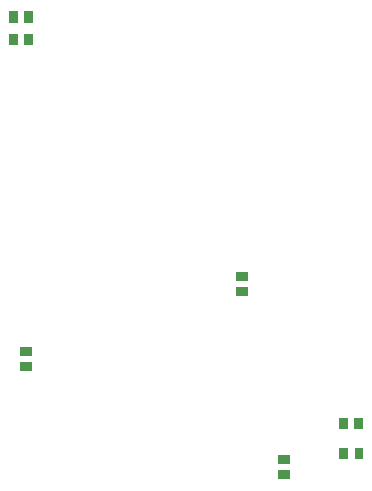
<source format=gbr>
G04 start of page 9 for group -4015 idx -4015 *
G04 Title: (unknown), toppaste *
G04 Creator: pcb 20110918 *
G04 CreationDate: Tue 12 Jun 2012 04:03:48 PM GMT UTC *
G04 For: ed *
G04 Format: Gerber/RS-274X *
G04 PCB-Dimensions: 260000 400000 *
G04 PCB-Coordinate-Origin: lower left *
%MOIN*%
%FSLAX25Y25*%
%LNTOPPASTE*%
%ADD89R,0.0295X0.0295*%
G54D89*X179508Y110000D02*X180492D01*
X179508Y104882D02*X180492D01*
X89882Y250492D02*Y249508D01*
X95000Y250492D02*Y249508D01*
X89941Y257992D02*Y257008D01*
X95059Y257992D02*Y257008D01*
X93508Y146000D02*X94492D01*
X93508Y140882D02*X94492D01*
X165508Y171000D02*X166492D01*
X165508Y165882D02*X166492D01*
X205000Y122492D02*Y121508D01*
X199882Y122492D02*Y121508D01*
X200000Y112492D02*Y111508D01*
X205118Y112492D02*Y111508D01*
M02*

</source>
